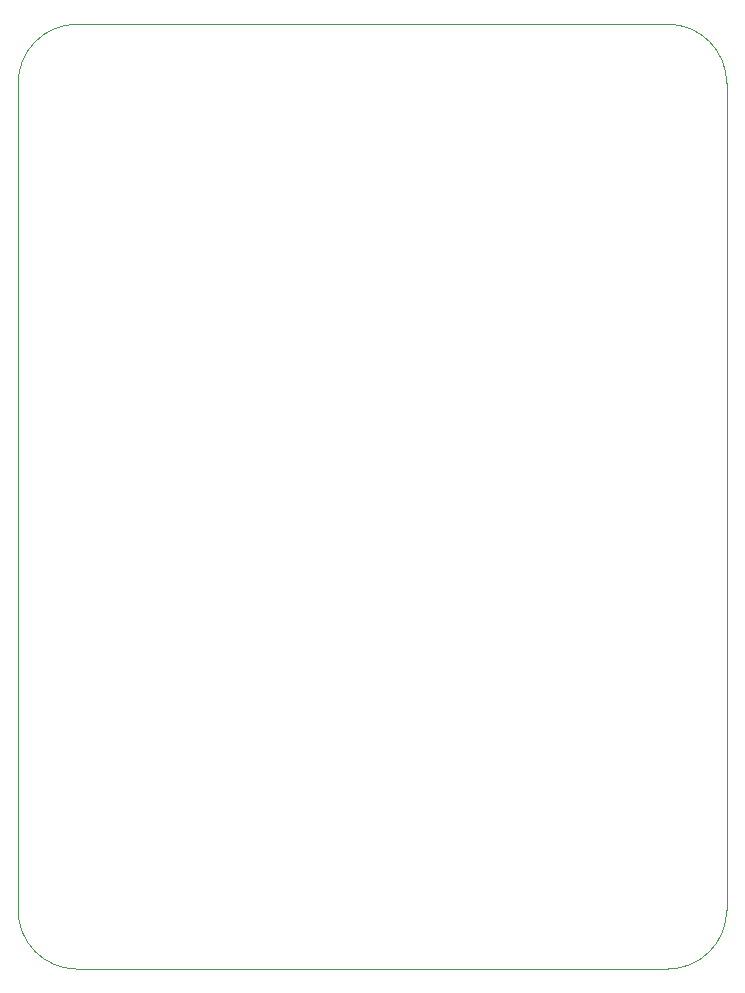
<source format=gbr>
%TF.GenerationSoftware,KiCad,Pcbnew,9.0.3*%
%TF.CreationDate,2025-09-14T01:16:20+07:00*%
%TF.ProjectId,CodeName0,436f6465-4e61-46d6-9530-2e6b69636164,rev?*%
%TF.SameCoordinates,Original*%
%TF.FileFunction,Profile,NP*%
%FSLAX46Y46*%
G04 Gerber Fmt 4.6, Leading zero omitted, Abs format (unit mm)*
G04 Created by KiCad (PCBNEW 9.0.3) date 2025-09-14 01:16:20*
%MOMM*%
%LPD*%
G01*
G04 APERTURE LIST*
%TA.AperFunction,Profile*%
%ADD10C,0.050000*%
%TD*%
G04 APERTURE END LIST*
D10*
X105000000Y-140000000D02*
G75*
G02*
X100000000Y-135000000I0J5000000D01*
G01*
X100000000Y-65000000D02*
G75*
G02*
X105000000Y-60000000I5000000J0D01*
G01*
X160000000Y-135000000D02*
G75*
G02*
X155000000Y-140000000I-5000000J0D01*
G01*
X160000000Y-135000000D02*
X160000000Y-65000000D01*
X155000000Y-60000000D02*
X105000000Y-60000000D01*
X105000000Y-140000000D02*
X155000000Y-140000000D01*
X100000000Y-65000000D02*
X100000000Y-135000000D01*
X155000000Y-60000000D02*
G75*
G02*
X160000000Y-65000000I0J-5000000D01*
G01*
M02*

</source>
